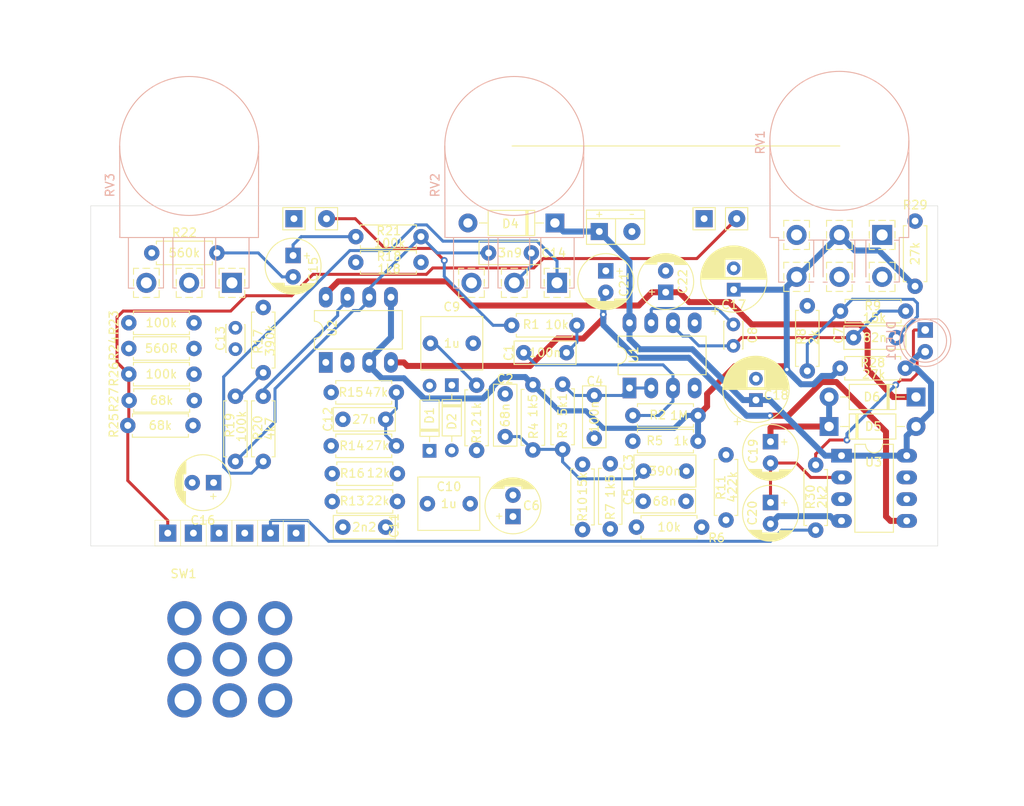
<source format=kicad_pcb>
(kicad_pcb (version 20171130) (host pcbnew "(5.1.5-0-10_14)")
  (title_block (date 2020-04-03))
  (layers (0 F.Cu signal) (31 B.Cu signal) (34 B.Paste user) (35 F.Paste user) (36 B.SilkS user) (37 F.SilkS user) (38 B.Mask user) (39 F.Mask user) (44 Edge.Cuts user))
  (net 0 "")
  (net 1 "Net-(C1-Pad2)")
  (net 2 "Net-(C1-Pad1)")
  (net 3 "Net-(C16-Pad1)")
  (net 4 "Net-(C2-Pad1)")
  (net 5 "Net-(C3-Pad1)")
  (net 6 "Net-(C4-Pad1)")
  (net 7 "Net-(C5-Pad1)")
  (net 8 GND)
  (net 9 "Net-(C6-Pad1)")
  (net 10 "Net-(C7-Pad2)")
  (net 11 "Net-(C7-Pad1)")
  (net 12 "Net-(C8-Pad1)")
  (net 13 "Net-(C9-Pad1)")
  (net 14 SW2.1)
  (net 15 "Net-(C10-Pad1)")
  (net 16 "Net-(C11-Pad2)")
  (net 17 "Net-(C12-Pad2)")
  (net 18 "Net-(C12-Pad1)")
  (net 19 "Net-(C13-Pad2)")
  (net 20 "Net-(C14-Pad2)")
  (net 21 "Net-(C14-Pad1)")
  (net 22 "Net-(C15-Pad2)")
  (net 23 "Net-(C15-Pad1)")
  (net 24 "Net-(C16-Pad2)")
  (net 25 VB)
  (net 26 9V)
  (net 27 "Net-(C19-Pad2)")
  (net 28 "Net-(C19-Pad1)")
  (net 29 "Net-(C20-Pad2)")
  (net 30 -9V)
  (net 31 /18V)
  (net 32 SW2.3)
  (net 33 /OUT)
  (net 34 SW1.3)
  (net 35 SW1.1)
  (net 36 "Net-(R8-Pad1)")
  (net 37 "Net-(R13-Pad1)")
  (net 38 "Net-(R18-Pad1)")
  (net 39 "Net-(R20-Pad2)")
  (net 40 "Net-(R22-Pad1)")
  (net 41 "Net-(SW1-Pad8)")
  (net 42 "Net-(SW1-Pad5)")
  (net 43 "Net-(SW1-Pad2)")
  (net 44 "Net-(U3-Pad7)")
  (net 45 "Net-(U3-Pad6)")
  (net 46 "Net-(DLED1-Pad1)")
  (net 47 "Net-(J1-Pad2)")
  (module PEDALES:R_0.25W_HZ (layer F.Cu) (at 208.48 112.9 90)
    (fp_text reference R30 (at 3.88 -0.62 90) (layer F.SilkS))
    (fp_text value 2k2 (at 3.88 0.77 90) (layer F.SilkS))
    (pad 2 thru_hole oval (at 7.62 0 90) (size 1.8 1.8) (drill 0.8) (layers *.Cu *.Mask) (net 46 "Net-(DLED1-Pad1)"))
    (pad 1 thru_hole circle (at 0 0 90) (size 1.8 1.8) (drill 0.8) (layers *.Cu *.Mask) (net 32 SW2.3))
  )
  (module PEDALES:R_0.25W_HZ (layer F.Cu) (at 220.1 76.78 270)
    (fp_text reference R29 (at -1.88 0) (layer F.SilkS))
    (fp_text value 27k (at 3.8 0 90) (layer F.SilkS))
    (pad 2 thru_hole oval (at 7.62 0 270) (size 1.8 1.8) (drill 0.8) (layers *.Cu *.Mask) (net 25 VB))
    (pad 1 thru_hole circle (at 0 0 270) (size 1.8 1.8) (drill 0.8) (layers *.Cu *.Mask) (net 8 GND))
  )
  (module PEDALES:R_0.25W_HZ (layer F.Cu) (at 218.96 93.98 180)
    (fp_text reference R28 (at 3.81 0.64) (layer F.SilkS))
    (fp_text value 27k (at 3.7 -0.72) (layer F.SilkS))
    (pad 2 thru_hole oval (at 7.62 0 180) (size 1.8 1.8) (drill 0.8) (layers *.Cu *.Mask) (net 25 VB))
    (pad 1 thru_hole circle (at 0 0 180) (size 1.8 1.8) (drill 0.8) (layers *.Cu *.Mask) (net 26 9V))
  )
  (module PEDALES:R_0.25W_HZ (layer F.Cu) (at 128.235 97.745)
    (fp_text reference R27 (at -1.785 -0.075 90) (layer F.SilkS))
    (fp_text value 68k (at 3.8 0) (layer F.SilkS))
    (pad 2 thru_hole oval (at 7.62 0) (size 1.8 1.8) (drill 0.8) (layers *.Cu *.Mask) (net 35 SW1.1))
    (pad 1 thru_hole circle (at 0 0) (size 1.8 1.8) (drill 0.8) (layers *.Cu *.Mask) (net 33 /OUT))
  )
  (module PEDALES:R_0.25W_HZ (layer F.Cu) (at 128.2 94.67)
    (fp_text reference R26 (at -1.75 0 90) (layer F.SilkS))
    (fp_text value 100k (at 3.8 0) (layer F.SilkS))
    (pad 2 thru_hole oval (at 7.62 0) (size 1.8 1.8) (drill 0.8) (layers *.Cu *.Mask) (net 8 GND))
    (pad 1 thru_hole circle (at 0 0) (size 1.8 1.8) (drill 0.8) (layers *.Cu *.Mask) (net 33 /OUT))
  )
  (module PEDALES:R_0.25W_HZ (layer F.Cu) (at 128.08 100.67)
    (fp_text reference R25 (at -1.63 0 90) (layer F.SilkS))
    (fp_text value 68k (at 3.8 0) (layer F.SilkS))
    (pad 2 thru_hole oval (at 7.62 0) (size 1.8 1.8) (drill 0.8) (layers *.Cu *.Mask) (net 34 SW1.3))
    (pad 1 thru_hole circle (at 0 0) (size 1.8 1.8) (drill 0.8) (layers *.Cu *.Mask) (net 33 /OUT))
  )
  (module PEDALES:R_0.25W_HZ (layer F.Cu) (at 135.82 91.67 180)
    (fp_text reference R24 (at 9.37 0 90) (layer F.SilkS))
    (fp_text value 560R (at 3.8 0) (layer F.SilkS))
    (pad 2 thru_hole oval (at 7.62 0 180) (size 1.8 1.8) (drill 0.8) (layers *.Cu *.Mask) (net 24 "Net-(C16-Pad2)"))
    (pad 1 thru_hole circle (at 0 0 180) (size 1.8 1.8) (drill 0.8) (layers *.Cu *.Mask) (net 35 SW1.1))
  )
  (module PEDALES:R_0.25W_HZ (layer F.Cu) (at 128.2 88.67)
    (fp_text reference R23 (at -1.75 0 90) (layer F.SilkS))
    (fp_text value 100k (at 3.8 0) (layer F.SilkS))
    (pad 2 thru_hole oval (at 7.62 0) (size 1.8 1.8) (drill 0.8) (layers *.Cu *.Mask) (net 8 GND))
    (pad 1 thru_hole circle (at 0 0) (size 1.8 1.8) (drill 0.8) (layers *.Cu *.Mask) (net 24 "Net-(C16-Pad2)"))
  )
  (module PEDALES:R_0.25W_HZ (layer F.Cu) (at 130.88 80.5)
    (fp_text reference R22 (at 3.81 -2.37) (layer F.SilkS))
    (fp_text value 560k (at 3.8 0) (layer F.SilkS))
    (pad 2 thru_hole oval (at 7.62 0) (size 1.8 1.8) (drill 0.8) (layers *.Cu *.Mask) (net 22 "Net-(C15-Pad2)"))
    (pad 1 thru_hole circle (at 0 0) (size 1.8 1.8) (drill 0.8) (layers *.Cu *.Mask) (net 40 "Net-(R22-Pad1)"))
  )
  (module PEDALES:R_0.25W_HZ (layer F.Cu) (at 154.73 78.6)
    (fp_text reference R21 (at 3.86 -0.68) (layer F.SilkS))
    (fp_text value 100k (at 3.96 0.75) (layer F.SilkS))
    (pad 2 thru_hole oval (at 7.62 0) (size 1.8 1.8) (drill 0.8) (layers *.Cu *.Mask) (net 20 "Net-(C14-Pad2)"))
    (pad 1 thru_hole circle (at 0 0) (size 1.8 1.8) (drill 0.8) (layers *.Cu *.Mask) (net 23 "Net-(C15-Pad1)"))
  )
  (module PEDALES:R_0.25W_HZ (layer F.Cu) (at 143.91 97.25 270)
    (fp_text reference R20 (at 3.69 0.63 90) (layer F.SilkS))
    (fp_text value 4k7 (at 3.81 -0.78 90) (layer F.SilkS))
    (pad 2 thru_hole oval (at 7.62 0 270) (size 1.8 1.8) (drill 0.8) (layers *.Cu *.Mask) (net 39 "Net-(R20-Pad2)"))
    (pad 1 thru_hole circle (at 0 0 270) (size 1.8 1.8) (drill 0.8) (layers *.Cu *.Mask) (net 23 "Net-(C15-Pad1)"))
  )
  (module PEDALES:R_0.25W_HZ (layer F.Cu) (at 140.66 104.87 90)
    (fp_text reference R19 (at 4.22 -0.65 90) (layer F.SilkS))
    (fp_text value 100k (at 4.08 0.72 90) (layer F.SilkS))
    (pad 2 thru_hole oval (at 7.62 0 90) (size 1.8 1.8) (drill 0.8) (layers *.Cu *.Mask) (net 19 "Net-(C13-Pad2)"))
    (pad 1 thru_hole circle (at 0 0 90) (size 1.8 1.8) (drill 0.8) (layers *.Cu *.Mask) (net 20 "Net-(C14-Pad2)"))
  )
  (module PEDALES:R_0.25W_HZ (layer F.Cu) (at 162.35 81.6 180)
    (fp_text reference R18 (at 3.73 0.68) (layer F.SilkS))
    (fp_text value 1k8 (at 3.73 -0.75) (layer F.SilkS))
    (pad 2 thru_hole oval (at 7.62 0 180) (size 1.8 1.8) (drill 0.8) (layers *.Cu *.Mask) (net 19 "Net-(C13-Pad2)"))
    (pad 1 thru_hole circle (at 0 0 180) (size 1.8 1.8) (drill 0.8) (layers *.Cu *.Mask) (net 38 "Net-(R18-Pad1)"))
  )
  (module PEDALES:R_0.25W_HZ (layer F.Cu) (at 143.91 94.5 90)
    (fp_text reference R17 (at 3.65 -0.6 270) (layer F.SilkS))
    (fp_text value 390k (at 3.75 0.81 90) (layer F.SilkS))
    (pad 2 thru_hole oval (at 7.62 0 90) (size 1.8 1.8) (drill 0.8) (layers *.Cu *.Mask) (net 18 "Net-(C12-Pad1)"))
    (pad 1 thru_hole circle (at 0 0 90) (size 1.8 1.8) (drill 0.8) (layers *.Cu *.Mask) (net 19 "Net-(C13-Pad2)"))
  )
  (module PEDALES:R_0.25W_HZ (layer F.Cu) (at 151.97 106.3)
    (fp_text reference R16 (at 2.35 -0.04 180) (layer F.SilkS))
    (fp_text value 12k (at 5.4 -0.07) (layer F.SilkS))
    (pad 2 thru_hole oval (at 7.62 0) (size 1.8 1.8) (drill 0.8) (layers *.Cu *.Mask) (net 17 "Net-(C12-Pad2)"))
    (pad 1 thru_hole circle (at 0 0) (size 1.8 1.8) (drill 0.8) (layers *.Cu *.Mask) (net 37 "Net-(R13-Pad1)"))
  )
  (module PEDALES:R_0.25W_HZ (layer F.Cu) (at 151.85 96.8)
    (fp_text reference R15 (at 2.32 -0.01 180) (layer F.SilkS))
    (fp_text value 47k (at 5.29 -0.01) (layer F.SilkS))
    (pad 2 thru_hole oval (at 7.62 0) (size 1.8 1.8) (drill 0.8) (layers *.Cu *.Mask) (net 18 "Net-(C12-Pad1)"))
    (pad 1 thru_hole circle (at 0 0) (size 1.8 1.8) (drill 0.8) (layers *.Cu *.Mask) (net 15 "Net-(C10-Pad1)"))
  )
  (module PEDALES:R_0.25W_HZ (layer F.Cu) (at 151.85 103.05)
    (fp_text reference R14 (at 2.41 -0.01 180) (layer F.SilkS))
    (fp_text value 27k (at 5.41 -0.03) (layer F.SilkS))
    (pad 2 thru_hole oval (at 7.62 0) (size 1.8 1.8) (drill 0.8) (layers *.Cu *.Mask) (net 18 "Net-(C12-Pad1)"))
    (pad 1 thru_hole circle (at 0 0) (size 1.8 1.8) (drill 0.8) (layers *.Cu *.Mask) (net 37 "Net-(R13-Pad1)"))
  )
  (module PEDALES:R_0.25W_HZ (layer F.Cu) (at 151.97 109.55)
    (fp_text reference R13 (at 2.34 -0.05 180) (layer F.SilkS))
    (fp_text value 22k (at 5.33 -0.09) (layer F.SilkS))
    (pad 2 thru_hole oval (at 7.62 0) (size 1.8 1.8) (drill 0.8) (layers *.Cu *.Mask) (net 16 "Net-(C11-Pad2)"))
    (pad 1 thru_hole circle (at 0 0) (size 1.8 1.8) (drill 0.8) (layers *.Cu *.Mask) (net 37 "Net-(R13-Pad1)"))
  )
  (module PEDALES:R_0.25W_HZ (layer F.Cu) (at 168.85 95.96 270)
    (fp_text reference R12 (at 5.37 0 90) (layer F.SilkS))
    (fp_text value 1k (at 2.87 0 90) (layer F.SilkS))
    (pad 2 thru_hole oval (at 7.62 0 270) (size 1.8 1.8) (drill 0.8) (layers *.Cu *.Mask) (net 14 SW2.1))
    (pad 1 thru_hole circle (at 0 0 270) (size 1.8 1.8) (drill 0.8) (layers *.Cu *.Mask) (net 13 "Net-(C9-Pad1)"))
  )
  (module PEDALES:R_0.25W_HZ (layer F.Cu) (at 198 111.72 90)
    (fp_text reference R11 (at 3.8 -0.6 90) (layer F.SilkS))
    (fp_text value 422k (at 3.86 0.76 90) (layer F.SilkS))
    (pad 2 thru_hole oval (at 7.62 0 90) (size 1.8 1.8) (drill 0.8) (layers *.Cu *.Mask) (net 12 "Net-(C8-Pad1)"))
    (pad 1 thru_hole circle (at 0 0 90) (size 1.8 1.8) (drill 0.8) (layers *.Cu *.Mask) (net 11 "Net-(C7-Pad1)"))
  )
  (module PEDALES:R_0.25W_HZ (layer F.Cu) (at 181.23 105.21 270)
    (fp_text reference R10 (at 5.25 0 90) (layer F.SilkS))
    (fp_text value 15k (at 2.25 0 90) (layer F.SilkS))
    (pad 2 thru_hole oval (at 7.62 0 270) (size 1.8 1.8) (drill 0.8) (layers *.Cu *.Mask) (net 9 "Net-(C6-Pad1)"))
    (pad 1 thru_hole circle (at 0 0 270) (size 1.8 1.8) (drill 0.8) (layers *.Cu *.Mask) (net 18 "Net-(C12-Pad1)"))
  )
  (module PEDALES:R_0.25W_HZ (layer F.Cu) (at 211.38 87.3)
    (fp_text reference R9 (at 3.77 -0.61) (layer F.SilkS))
    (fp_text value 15k (at 3.97 0.77) (layer F.SilkS))
    (pad 2 thru_hole oval (at 7.62 0) (size 1.8 1.8) (drill 0.8) (layers *.Cu *.Mask) (net 11 "Net-(C7-Pad1)"))
    (pad 1 thru_hole circle (at 0 0) (size 1.8 1.8) (drill 0.8) (layers *.Cu *.Mask) (net 10 "Net-(C7-Pad2)"))
  )
  (module PEDALES:R_0.25W_HZ (layer F.Cu) (at 207.5 86.68 270)
    (fp_text reference R8 (at 3.6 0.7 90) (layer F.SilkS))
    (fp_text value 2k (at 3.68 -0.76 90) (layer F.SilkS))
    (pad 2 thru_hole oval (at 7.62 0 270) (size 1.8 1.8) (drill 0.8) (layers *.Cu *.Mask) (net 10 "Net-(C7-Pad2)"))
    (pad 1 thru_hole circle (at 0 0 270) (size 1.8 1.8) (drill 0.8) (layers *.Cu *.Mask) (net 36 "Net-(R8-Pad1)"))
  )
  (module PEDALES:R_0.25W_HZ (layer F.Cu) (at 184.47 112.76 90)
    (fp_text reference R7 (at 2 0 90) (layer F.SilkS))
    (fp_text value 1k5 (at 5 0 90) (layer F.SilkS))
    (pad 2 thru_hole oval (at 7.62 0 90) (size 1.8 1.8) (drill 0.8) (layers *.Cu *.Mask) (net 6 "Net-(C4-Pad1)"))
    (pad 1 thru_hole circle (at 0 0 90) (size 1.8 1.8) (drill 0.8) (layers *.Cu *.Mask) (net 9 "Net-(C6-Pad1)"))
  )
  (module PEDALES:R_0.25W_HZ (layer F.Cu) (at 195.15 112.55 180)
    (fp_text reference R6 (at -1.75 -1.25) (layer F.SilkS))
    (fp_text value 10k (at 3.8 0) (layer F.SilkS))
    (pad 2 thru_hole oval (at 7.62 0 180) (size 1.8 1.8) (drill 0.8) (layers *.Cu *.Mask) (net 6 "Net-(C4-Pad1)"))
    (pad 1 thru_hole circle (at 0 0 180) (size 1.8 1.8) (drill 0.8) (layers *.Cu *.Mask) (net 7 "Net-(C5-Pad1)"))
  )
  (module PEDALES:R_0.25W_HZ (layer F.Cu) (at 194.73 102.5 180)
    (fp_text reference R5 (at 5.06 0.04) (layer F.SilkS))
    (fp_text value 1k (at 1.98 0.02) (layer F.SilkS))
    (pad 2 thru_hole oval (at 7.62 0 180) (size 1.8 1.8) (drill 0.8) (layers *.Cu *.Mask) (net 5 "Net-(C3-Pad1)"))
    (pad 1 thru_hole circle (at 0 0 180) (size 1.8 1.8) (drill 0.8) (layers *.Cu *.Mask) (net 25 VB))
  )
  (module PEDALES:R_0.25W_HZ (layer F.Cu) (at 175.43 95.91 270)
    (fp_text reference R4 (at 5.39 -0.07 270) (layer F.SilkS))
    (fp_text value 1k5 (at 2.45 0 90) (layer F.SilkS))
    (pad 2 thru_hole oval (at 7.62 0 270) (size 1.8 1.8) (drill 0.8) (layers *.Cu *.Mask) (net 4 "Net-(C2-Pad1)"))
    (pad 1 thru_hole circle (at 0 0 270) (size 1.8 1.8) (drill 0.8) (layers *.Cu *.Mask) (net 25 VB))
  )
  (module PEDALES:R_0.25W_HZ (layer F.Cu) (at 178.9 103.46 90)
    (fp_text reference R3 (at 2.23 -0.01 270) (layer F.SilkS))
    (fp_text value 5k1 (at 5.23 -0.01 90) (layer F.SilkS))
    (pad 2 thru_hole oval (at 7.62 0 90) (size 1.8 1.8) (drill 0.8) (layers *.Cu *.Mask) (net 3 "Net-(C16-Pad1)"))
    (pad 1 thru_hole circle (at 0 0 90) (size 1.8 1.8) (drill 0.8) (layers *.Cu *.Mask) (net 4 "Net-(C2-Pad1)"))
  )
  (module PEDALES:R_0.25W_HZ (layer F.Cu) (at 194.73 99.5 180)
    (fp_text reference R2 (at 4.71 0.06) (layer F.SilkS))
    (fp_text value 1M (at 2.21 -0.01) (layer F.SilkS))
    (pad 2 thru_hole oval (at 7.62 0 180) (size 1.8 1.8) (drill 0.8) (layers *.Cu *.Mask) (net 1 "Net-(C1-Pad2)"))
    (pad 1 thru_hole circle (at 0 0 180) (size 1.8 1.8) (drill 0.8) (layers *.Cu *.Mask) (net 25 VB))
  )
  (module PEDALES:R_0.25W_HZ (layer F.Cu) (at 172.95 88.96)
    (fp_text reference R1 (at 2.27 -0.1) (layer F.SilkS))
    (fp_text value 10k (at 5.3 -0.07) (layer F.SilkS))
    (pad 2 thru_hole oval (at 7.62 0) (size 1.8 1.8) (drill 0.8) (layers *.Cu *.Mask) (net 2 "Net-(C1-Pad1)"))
    (pad 1 thru_hole circle (at 0 0) (size 1.8 1.8) (drill 0.8) (layers *.Cu *.Mask) (net 47 "Net-(J1-Pad2)"))
  )
  (module PEDALES:Pot_16_Alpha (layer F.Cu) (at 178.25 84 90)
    (fp_text reference RV2 (at 11.415 -14.25 90) (layer B.SilkS))
    (fp_text value B10k)
    (pad 1 thru_hole rect (at 0 0 90) (size 2.34 2.34) (drill 1.3) (layers *.Cu *.Mask) (net 39 "Net-(R20-Pad2)"))
    (pad 2 thru_hole circle (at 0 -5 90) (size 2.34 2.34) (drill 1.3) (layers *.Cu *.Mask) (net 21 "Net-(C14-Pad1)"))
    (pad 3 thru_hole circle (at 0 -10 90) (size 2.34 2.34) (drill 1.3) (layers *.Cu *.Mask) (net 38 "Net-(R18-Pad1)"))
  )
  (module PEDALES:Pot_16_Alpha_Doble (layer F.Cu) (at 216.25 79 90)
    (fp_text reference RV1 (at 11.415 -14.25 90) (layer B.SilkS))
    (fp_text value B100k)
    (pad 3 thru_hole circle (at 0.6 -10 90) (size 2.34 2.34) (drill 1.3) (layers *.Cu *.Mask) (net 36 "Net-(R8-Pad1)"))
    (pad 2 thru_hole circle (at 0.6 -5 90) (size 2.34 2.34) (drill 1.3) (layers *.Cu *.Mask) (net 25 VB))
    (pad 1 thru_hole rect (at 0.6 0 90) (size 2.34 2.34) (drill 1.3) (layers *.Cu *.Mask) (net 7 "Net-(C5-Pad1)"))
    (pad 5 thru_hole circle (at -4.3 -5 90) (size 2.34 2.34) (drill 1.3) (layers *.Cu *.Mask) (net 37 "Net-(R13-Pad1)"))
    (pad 4 thru_hole circle (at -4.3 0 90) (size 2.34 2.34) (drill 1.3) (layers *.Cu *.Mask) (net 4 "Net-(C2-Pad1)"))
    (pad 6 thru_hole circle (at -4.3 -10 90) (size 2.34 2.34) (drill 1.3) (layers *.Cu *.Mask) (net 25 VB))
  )
  (module PEDALES:CP_Radial_D6.3mm_P2.50mm (layer F.Cu) (at 203.2 102.56 270)
    (fp_text reference C19 (at 1.12 2.03 90) (layer F.SilkS))
    (fp_text value 1u)
    (pad 2 thru_hole circle (at 2.5 0 270) (size 1.8 1.8) (drill 0.8) (layers *.Cu *.Mask) (net 27 "Net-(C19-Pad2)"))
    (pad 1 thru_hole rect (at 0 0 270) (size 1.8 1.8) (drill 0.8) (layers *.Cu *.Mask) (net 28 "Net-(C19-Pad1)"))
  )
  (module PEDALES:CP_Radial_D6.3mm_P2.50mm (layer F.Cu) (at 138.11 107.35 180)
    (fp_text reference C16 (at 1.25 -4.4) (layer F.SilkS))
    (fp_text value 4u7)
    (pad 2 thru_hole circle (at 2.5 0 180) (size 1.8 1.8) (drill 0.8) (layers *.Cu *.Mask) (net 24 "Net-(C16-Pad2)"))
    (pad 1 thru_hole rect (at 0 0 180) (size 1.8 1.8) (drill 0.8) (layers *.Cu *.Mask) (net 3 "Net-(C16-Pad1)"))
  )
  (module Capacitor_THT:CP_Radial_D7.5mm_P2.50mm (layer F.Cu) (at 198.9 84.8 90)
    (fp_text reference C17 (at -1.75 0) (layer F.SilkS))
    (fp_text value 47u)
    (pad 2 thru_hole circle (at 2.5 0 90) (size 1.6 1.6) (drill 0.8) (layers *.Cu *.Mask) (net 8 GND))
    (pad 1 thru_hole rect (at 0 0 90) (size 1.6 1.6) (drill 0.8) (layers *.Cu *.Mask) (net 25 VB))
  )
  (module Capacitor_THT:CP_Radial_D7.5mm_P2.50mm (layer F.Cu) (at 201.5 97.7 90)
    (fp_text reference C18 (at 0.58 2.37 180) (layer F.SilkS))
    (fp_text value 47u)
    (pad 2 thru_hole circle (at 2.5 0 90) (size 1.6 1.6) (drill 0.8) (layers *.Cu *.Mask) (net 8 GND))
    (pad 1 thru_hole rect (at 0 0 90) (size 1.6 1.6) (drill 0.8) (layers *.Cu *.Mask) (net 26 9V))
  )
  (module PEDALES:Audio_Jack_Mono (layer F.Cu) (at 147.5 76.5)
    (fp_text reference J1)
    (fp_text value IN)
    (pad 2 thru_hole circle (at 3.81 0) (size 1.99898 1.99898) (drill 0.8001) (layers *.Cu *.Mask) (net 47 "Net-(J1-Pad2)"))
    (pad 1 thru_hole rect (at 0 0) (size 1.99898 1.99898) (drill 0.8001) (layers *.Cu *.Mask) (net 8 GND))
  )
  (module PEDALES:Audio_Jack_Mono (layer F.Cu) (at 195.44 76.5)
    (fp_text reference J2)
    (fp_text value OUT)
    (pad 2 thru_hole circle (at 3.81 0) (size 1.99898 1.99898) (drill 0.8001) (layers *.Cu *.Mask) (net 33 /OUT))
    (pad 1 thru_hole rect (at 0 0) (size 1.99898 1.99898) (drill 0.8001) (layers *.Cu *.Mask) (net 8 GND))
  )
  (module PEDALES:CP_Radial_D6.3mm_P2.50mm (layer F.Cu) (at 173.1 111.31 90)
    (fp_text reference C6 (at 1.27 2.15 180) (layer F.SilkS))
    (fp_text value 1u)
    (pad 2 thru_hole circle (at 2.5 0 90) (size 1.8 1.8) (drill 0.8) (layers *.Cu *.Mask) (net 8 GND))
    (pad 1 thru_hole rect (at 0 0 90) (size 1.8 1.8) (drill 0.8) (layers *.Cu *.Mask) (net 9 "Net-(C6-Pad1)"))
  )
  (module PEDALES:SolderWirePad_1x01_Drill0.8mm (layer F.Cu) (at 147.75 113.25)
    (fp_text reference H5 hide)
    (fp_text value GND)
    (pad 1 thru_hole rect (at 0 0) (size 1.99898 1.99898) (drill 0.8001) (layers *.Cu *.Mask) (net 8 GND))
  )
  (module PEDALES:SolderWirePad_1x01_Drill0.8mm (layer F.Cu) (at 138.75 113.25)
    (fp_text reference H9 hide)
    (fp_text value SW1.3)
    (pad 1 thru_hole rect (at 0 0) (size 1.99898 1.99898) (drill 0.8001) (layers *.Cu *.Mask) (net 34 SW1.3))
  )
  (module PEDALES:SolderWirePad_1x01_Drill0.8mm (layer F.Cu) (at 132.75 113.25)
    (fp_text reference H4 hide)
    (fp_text value OUT)
    (pad 1 thru_hole rect (at 0 0) (size 1.99898 1.99898) (drill 0.8001) (layers *.Cu *.Mask) (net 33 /OUT))
  )
  (module Package_DIP:DIP-8_W7.62mm_LongPads (layer F.Cu) (at 211.5 104.2)
    (fp_text reference U3 (at 3.75 0.75) (layer F.SilkS))
    (fp_text value LTC1044)
    (pad 8 thru_hole oval (at 7.62 0) (size 2.4 1.6) (drill 0.8) (layers *.Cu *.Mask) (net 26 9V))
    (pad 4 thru_hole oval (at 0 7.62) (size 2.4 1.6) (drill 0.8) (layers *.Cu *.Mask) (net 29 "Net-(C20-Pad2)"))
    (pad 7 thru_hole oval (at 7.62 2.54) (size 2.4 1.6) (drill 0.8) (layers *.Cu *.Mask) (net 44 "Net-(U3-Pad7)"))
    (pad 3 thru_hole oval (at 0 5.08) (size 2.4 1.6) (drill 0.8) (layers *.Cu *.Mask) (net 8 GND))
    (pad 6 thru_hole oval (at 7.62 5.08) (size 2.4 1.6) (drill 0.8) (layers *.Cu *.Mask) (net 45 "Net-(U3-Pad6)"))
    (pad 2 thru_hole oval (at 0 2.54) (size 2.4 1.6) (drill 0.8) (layers *.Cu *.Mask) (net 27 "Net-(C19-Pad2)"))
    (pad 5 thru_hole oval (at 7.62 7.62) (size 2.4 1.6) (drill 0.8) (layers *.Cu *.Mask) (net 30 -9V))
    (pad 1 thru_hole rect (at 0 0) (size 2.4 1.6) (drill 0.8) (layers *.Cu *.Mask) (net 26 9V))
  )
  (module Package_DIP:DIP-8_W7.62mm_LongPads (layer F.Cu) (at 151.22 93.3 90)
    (fp_text reference U2 (at 4 0.75 90) (layer F.SilkS))
    (fp_text value TL072)
    (pad 8 thru_hole oval (at 7.62 0 90) (size 2.4 1.6) (drill 0.8) (layers *.Cu *.Mask) (net 31 /18V))
    (pad 4 thru_hole oval (at 0 7.62 90) (size 2.4 1.6) (drill 0.8) (layers *.Cu *.Mask) (net 30 -9V))
    (pad 7 thru_hole oval (at 7.62 2.54 90) (size 2.4 1.6) (drill 0.8) (layers *.Cu *.Mask) (net 23 "Net-(C15-Pad1)"))
    (pad 3 thru_hole oval (at 0 5.08 90) (size 2.4 1.6) (drill 0.8) (layers *.Cu *.Mask) (net 25 VB))
    (pad 6 thru_hole oval (at 7.62 5.08 90) (size 2.4 1.6) (drill 0.8) (layers *.Cu *.Mask) (net 20 "Net-(C14-Pad2)"))
    (pad 2 thru_hole oval (at 0 2.54 90) (size 2.4 1.6) (drill 0.8) (layers *.Cu *.Mask) (net 18 "Net-(C12-Pad1)"))
    (pad 5 thru_hole oval (at 7.62 7.62 90) (size 2.4 1.6) (drill 0.8) (layers *.Cu *.Mask) (net 25 VB))
    (pad 1 thru_hole rect (at 0 0 90) (size 2.4 1.6) (drill 0.8) (layers *.Cu *.Mask) (net 19 "Net-(C13-Pad2)"))
  )
  (module Package_DIP:DIP-8_W7.62mm_LongPads (layer F.Cu) (at 186.72 96.29 90)
    (fp_text reference U1 (at 3.87 0.5 90) (layer F.SilkS))
    (fp_text value TL072)
    (pad 8 thru_hole oval (at 7.62 0 90) (size 2.4 1.6) (drill 0.8) (layers *.Cu *.Mask) (net 26 9V))
    (pad 4 thru_hole oval (at 0 7.62 90) (size 2.4 1.6) (drill 0.8) (layers *.Cu *.Mask) (net 8 GND))
    (pad 7 thru_hole oval (at 7.62 2.54 90) (size 2.4 1.6) (drill 0.8) (layers *.Cu *.Mask) (net 12 "Net-(C8-Pad1)"))
    (pad 3 thru_hole oval (at 0 5.08 90) (size 2.4 1.6) (drill 0.8) (layers *.Cu *.Mask) (net 1 "Net-(C1-Pad2)"))
    (pad 6 thru_hole oval (at 7.62 5.08 90) (size 2.4 1.6) (drill 0.8) (layers *.Cu *.Mask) (net 11 "Net-(C7-Pad1)"))
    (pad 2 thru_hole oval (at 0 2.54 90) (size 2.4 1.6) (drill 0.8) (layers *.Cu *.Mask) (net 3 "Net-(C16-Pad1)"))
    (pad 5 thru_hole oval (at 7.62 7.62 90) (size 2.4 1.6) (drill 0.8) (layers *.Cu *.Mask) (net 7 "Net-(C5-Pad1)"))
    (pad 1 thru_hole rect (at 0 0 90) (size 2.4 1.6) (drill 0.8) (layers *.Cu *.Mask) (net 3 "Net-(C16-Pad1)"))
  )
  (module PEDALES:Pot_16_Alpha (layer F.Cu) (at 140.25 84 90)
    (fp_text reference RV3 (at 11.415 -14.25 90) (layer B.SilkS))
    (fp_text value A10k)
    (pad 1 thru_hole rect (at 0 0 90) (size 2.34 2.34) (drill 1.3) (layers *.Cu *.Mask) (net 8 GND))
    (pad 2 thru_hole circle (at 0 -5 90) (size 2.34 2.34) (drill 1.3) (layers *.Cu *.Mask) (net 34 SW1.3))
    (pad 3 thru_hole circle (at 0 -10 90) (size 2.34 2.34) (drill 1.3) (layers *.Cu *.Mask) (net 40 "Net-(R22-Pad1)"))
  )
  (module PEDALES:SolderWirePad_1x01_Drill0.8mm (layer F.Cu) (at 135.75 113.25)
    (fp_text reference H14 hide)
    (fp_text value SW1.1)
    (pad 1 thru_hole rect (at 0 0) (size 1.99898 1.99898) (drill 0.8001) (layers *.Cu *.Mask) (net 35 SW1.1))
  )
  (module PEDALES:SolderWirePad_1x01_Drill0.8mm (layer F.Cu) (at 141.75 113.25)
    (fp_text reference H12 hide)
    (fp_text value SW2.1)
    (pad 1 thru_hole rect (at 0 0) (size 1.99898 1.99898) (drill 0.8001) (layers *.Cu *.Mask) (net 14 SW2.1))
  )
  (module PEDALES:SolderWirePad_1x01_Drill0.8mm (layer F.Cu) (at 144.75 113.25)
    (fp_text reference H11 hide)
    (fp_text value SW2.3)
    (pad 1 thru_hole rect (at 0 0) (size 1.99898 1.99898) (drill 0.8001) (layers *.Cu *.Mask) (net 32 SW2.3))
  )
  (module LED_THT:LED_D5.0mm (layer B.Cu) (at 221.28 89.51 270)
    (fp_text reference DLED1 (at 1.27 3.96 270) (layer B.SilkS) (effects (justify mirror)))
    (fp_text value LED)
    (pad 2 thru_hole circle (at 2.54 0 270) (size 1.8 1.8) (drill 0.9) (layers *.Cu *.Mask) (net 26 9V))
    (pad 1 thru_hole rect (at 0 0 270) (size 1.8 1.8) (drill 0.9) (layers *.Cu *.Mask) (net 46 "Net-(DLED1-Pad1)"))
  )
  (module PEDALES:D_DO-41_SOD81_P10.16mm_Horizontal (layer F.Cu) (at 220.21 97.34 180)
    (fp_text reference D6 (at 5.16 0) (layer F.SilkS))
    (fp_text value 1N4007)
    (pad 2 thru_hole oval (at 10.16 0 180) (size 2.2 2.2) (drill 1.1) (layers *.Cu *.Mask) (net 28 "Net-(C19-Pad1)"))
    (pad 1 thru_hole rect (at 0 0 180) (size 2.2 2.2) (drill 1.1) (layers *.Cu *.Mask) (net 31 /18V))
  )
  (module PEDALES:D_DO-41_SOD81_P10.16mm_Horizontal (layer F.Cu) (at 210.05 100.79)
    (fp_text reference D5 (at 5.16 0) (layer F.SilkS))
    (fp_text value 1N4007)
    (pad 2 thru_hole oval (at 10.16 0) (size 2.2 2.2) (drill 1.1) (layers *.Cu *.Mask) (net 26 9V))
    (pad 1 thru_hole rect (at 0 0) (size 2.2 2.2) (drill 1.1) (layers *.Cu *.Mask) (net 28 "Net-(C19-Pad1)"))
  )
  (module PEDALES:D_DO-41_SOD81_P10.16mm_Horizontal (layer F.Cu) (at 178 77 180)
    (fp_text reference D4 (at 5.2 -0.09) (layer F.SilkS))
    (fp_text value 1N4001)
    (pad 2 thru_hole oval (at 10.16 0 180) (size 2.2 2.2) (drill 1.1) (layers *.Cu *.Mask) (net 8 GND))
    (pad 1 thru_hole rect (at 0 0 180) (size 2.2 2.2) (drill 1.1) (layers *.Cu *.Mask) (net 26 9V))
  )
  (module PEDALES:D_DO-35_SOD27_P7.62mm_Horizontal (layer F.Cu) (at 165.95 95.96 270)
    (fp_text reference D2 (at 4.25 0 90) (layer F.SilkS))
    (fp_text value D)
    (pad 2 thru_hole oval (at 7.62 0 270) (size 1.6 1.6) (drill 0.8) (layers *.Cu *.Mask) (net 14 SW2.1))
    (pad 1 thru_hole rect (at 0 0 270) (size 1.6 1.6) (drill 0.8) (layers *.Cu *.Mask) (net 8 GND))
  )
  (module PEDALES:CP_Radial_D6.3mm_P2.50mm (layer F.Cu) (at 183.95 82.6 270)
    (fp_text reference C21 (at 1.6 -2.13 90) (layer F.SilkS))
    (fp_text value 1u)
    (pad 2 thru_hole circle (at 2.5 0 270) (size 1.8 1.8) (drill 0.8) (layers *.Cu *.Mask) (net 30 -9V))
    (pad 1 thru_hole rect (at 0 0 270) (size 1.8 1.8) (drill 0.8) (layers *.Cu *.Mask) (net 8 GND))
  )
  (module PEDALES:D_DO-35_SOD27_P7.62mm_Horizontal (layer F.Cu) (at 163.35 103.63 90)
    (fp_text reference D1 (at 4.12 0 90) (layer F.SilkS))
    (fp_text value 1N34A)
    (pad 2 thru_hole oval (at 7.62 0 90) (size 1.6 1.6) (drill 0.8) (layers *.Cu *.Mask) (net 8 GND))
    (pad 1 thru_hole rect (at 0 0 90) (size 1.6 1.6) (drill 0.8) (layers *.Cu *.Mask) (net 14 SW2.1))
  )
  (module PEDALES:CP_Radial_D6.3mm_P2.50mm (layer F.Cu) (at 190.95 85.1 90)
    (fp_text reference C22 (at 1.25 2 90) (layer F.SilkS))
    (fp_text value 1u)
    (pad 2 thru_hole circle (at 2.5 0 90) (size 1.8 1.8) (drill 0.8) (layers *.Cu *.Mask) (net 8 GND))
    (pad 1 thru_hole rect (at 0 0 90) (size 1.8 1.8) (drill 0.8) (layers *.Cu *.Mask) (net 31 /18V))
  )
  (module PEDALES:CP_Radial_D6.3mm_P2.50mm (layer F.Cu) (at 203.2 109.67 270)
    (fp_text reference C20 (at 1.23 2.11 90) (layer F.SilkS))
    (fp_text value 1u)
    (pad 2 thru_hole circle (at 2.5 0 270) (size 1.8 1.8) (drill 0.8) (layers *.Cu *.Mask) (net 29 "Net-(C20-Pad2)"))
    (pad 1 thru_hole rect (at 0 0 270) (size 1.8 1.8) (drill 0.8) (layers *.Cu *.Mask) (net 27 "Net-(C19-Pad2)"))
  )
  (module PEDALES:CP_Radial_D6.3mm_P2.50mm (layer F.Cu) (at 147.4 80.8 270)
    (fp_text reference C15 (at 1.62 -2.36 90) (layer F.SilkS))
    (fp_text value 4u7)
    (pad 2 thru_hole circle (at 2.5 0 270) (size 1.8 1.8) (drill 0.8) (layers *.Cu *.Mask) (net 22 "Net-(C15-Pad2)"))
    (pad 1 thru_hole rect (at 0 0 270) (size 1.8 1.8) (drill 0.8) (layers *.Cu *.Mask) (net 23 "Net-(C15-Pad1)"))
  )
  (module PEDALES:Cap_poly_little (layer F.Cu) (at 175.25 80.5 180)
    (fp_text reference C14 (at -2.6 -0.01) (layer F.SilkS))
    (fp_text value 3n9 (at 2.5 0) (layer F.SilkS))
    (pad 2 thru_hole circle (at 5 0 180) (size 1.8 1.8) (drill 0.8) (layers *.Cu *.Mask) (net 20 "Net-(C14-Pad2)"))
    (pad 1 thru_hole circle (at 0 0 180) (size 1.8 1.8) (drill 0.8) (layers *.Cu *.Mask) (net 21 "Net-(C14-Pad1)"))
  )
  (module Capacitor_THT:C_Disc_D3.0mm_W2.0mm_P2.50mm (layer F.Cu) (at 140.66 89.25 270)
    (fp_text reference C13 (at 1.25 1.75 90) (layer F.SilkS))
    (fp_text value 820p)
    (pad 2 thru_hole circle (at 2.5 0 270) (size 1.6 1.6) (drill 0.8) (layers *.Cu *.Mask) (net 19 "Net-(C13-Pad2)"))
    (pad 1 thru_hole circle (at 0 0 270) (size 1.6 1.6) (drill 0.8) (layers *.Cu *.Mask) (net 18 "Net-(C12-Pad1)"))
  )
  (module PEDALES:Cap_poly_little (layer F.Cu) (at 158.22 99.95 180)
    (fp_text reference C12 (at 6.75 0 90) (layer F.SilkS))
    (fp_text value 27n (at 2.5 0) (layer F.SilkS))
    (pad 2 thru_hole circle (at 5 0 180) (size 1.8 1.8) (drill 0.8) (layers *.Cu *.Mask) (net 17 "Net-(C12-Pad2)"))
    (pad 1 thru_hole circle (at 0 0 180) (size 1.8 1.8) (drill 0.8) (layers *.Cu *.Mask) (net 18 "Net-(C12-Pad1)"))
  )
  (module PEDALES:Cap_poly_little (layer F.Cu) (at 158.22 112.55 180)
    (fp_text reference C11 (at -0.99 0.17 90) (layer F.SilkS))
    (fp_text value 2n2 (at 2.5 0) (layer F.SilkS))
    (pad 2 thru_hole circle (at 5 0 180) (size 1.8 1.8) (drill 0.8) (layers *.Cu *.Mask) (net 16 "Net-(C11-Pad2)"))
    (pad 1 thru_hole circle (at 0 0 180) (size 1.8 1.8) (drill 0.8) (layers *.Cu *.Mask) (net 15 "Net-(C10-Pad1)"))
  )
  (module PEDALES:Cap_poly_big (layer F.Cu) (at 163.1 109.81)
    (fp_text reference C10 (at 2.51 -1.99) (layer F.SilkS))
    (fp_text value 1u (at 2.5 0) (layer F.SilkS))
    (pad 2 thru_hole circle (at 5 0) (size 1.8 1.8) (drill 0.8) (layers *.Cu *.Mask) (net 14 SW2.1))
    (pad 1 thru_hole circle (at 0 0) (size 1.8 1.8) (drill 0.8) (layers *.Cu *.Mask) (net 15 "Net-(C10-Pad1)"))
  )
  (module PEDALES:Cap_poly_big (layer F.Cu) (at 163.45 91.06)
    (fp_text reference C9 (at 2.5 -4.25) (layer F.SilkS))
    (fp_text value 1u (at 2.5 0) (layer F.SilkS))
    (pad 2 thru_hole circle (at 5 0) (size 1.8 1.8) (drill 0.8) (layers *.Cu *.Mask) (net 12 "Net-(C8-Pad1)"))
    (pad 1 thru_hole circle (at 0 0) (size 1.8 1.8) (drill 0.8) (layers *.Cu *.Mask) (net 13 "Net-(C9-Pad1)"))
  )
  (module Capacitor_THT:C_Disc_D3.0mm_W2.0mm_P2.50mm (layer F.Cu) (at 198.86 88.86 270)
    (fp_text reference C8 (at 1.25 -2.25 90) (layer F.SilkS))
    (fp_text value 390p)
    (pad 2 thru_hole circle (at 2.5 0 270) (size 1.6 1.6) (drill 0.8) (layers *.Cu *.Mask) (net 11 "Net-(C7-Pad1)"))
    (pad 1 thru_hole circle (at 0 0 270) (size 1.6 1.6) (drill 0.8) (layers *.Cu *.Mask) (net 12 "Net-(C8-Pad1)"))
  )
  (module PEDALES:Cap_poly_little (layer F.Cu) (at 212.9 90.4)
    (fp_text reference C7 (at -1.75 -0.25 90) (layer F.SilkS))
    (fp_text value 82n (at 2.5 0) (layer F.SilkS))
    (pad 2 thru_hole circle (at 5 0) (size 1.8 1.8) (drill 0.8) (layers *.Cu *.Mask) (net 10 "Net-(C7-Pad2)"))
    (pad 1 thru_hole circle (at 0 0) (size 1.8 1.8) (drill 0.8) (layers *.Cu *.Mask) (net 11 "Net-(C7-Pad1)"))
  )
  (module PEDALES:Cap_poly_little (layer F.Cu) (at 193.32 109.52 180)
    (fp_text reference C5 (at 6.75 0.5 90) (layer F.SilkS))
    (fp_text value 68n (at 2.5 0) (layer F.SilkS))
    (pad 2 thru_hole circle (at 5 0 180) (size 1.8 1.8) (drill 0.8) (layers *.Cu *.Mask) (net 6 "Net-(C4-Pad1)"))
    (pad 1 thru_hole circle (at 0 0 180) (size 1.8 1.8) (drill 0.8) (layers *.Cu *.Mask) (net 7 "Net-(C5-Pad1)"))
  )
  (module PEDALES:Cap_poly_little (layer F.Cu) (at 182.6 102.16 90)
    (fp_text reference C4 (at 6.67 0.07 180) (layer F.SilkS))
    (fp_text value 100n (at 2.5 0 90) (layer F.SilkS))
    (pad 2 thru_hole circle (at 5 0 90) (size 1.8 1.8) (drill 0.8) (layers *.Cu *.Mask) (net 3 "Net-(C16-Pad1)"))
    (pad 1 thru_hole circle (at 0 0 90) (size 1.8 1.8) (drill 0.8) (layers *.Cu *.Mask) (net 6 "Net-(C4-Pad1)"))
  )
  (module PEDALES:Cap_poly_mid (layer F.Cu) (at 193.36 106 180)
    (fp_text reference C3 (at 6.75 1 90) (layer F.SilkS))
    (fp_text value 390n (at 2.5 0) (layer F.SilkS))
    (pad 2 thru_hole circle (at 5 0 180) (size 1.8 1.8) (drill 0.8) (layers *.Cu *.Mask) (net 4 "Net-(C2-Pad1)"))
    (pad 1 thru_hole circle (at 0 0 180) (size 1.8 1.8) (drill 0.8) (layers *.Cu *.Mask) (net 5 "Net-(C3-Pad1)"))
  )
  (module PEDALES:Cap_poly_little (layer F.Cu) (at 172.19 101.97 90)
    (fp_text reference C2 (at 6.75 0 180) (layer F.SilkS))
    (fp_text value 68n (at 2.5 0 90) (layer F.SilkS))
    (pad 2 thru_hole circle (at 5 0 90) (size 1.8 1.8) (drill 0.8) (layers *.Cu *.Mask) (net 3 "Net-(C16-Pad1)"))
    (pad 1 thru_hole circle (at 0 0 90) (size 1.8 1.8) (drill 0.8) (layers *.Cu *.Mask) (net 4 "Net-(C2-Pad1)"))
  )
  (module PEDALES:Cap_poly_little (layer F.Cu) (at 179.35 92.16 180)
    (fp_text reference C1 (at 6.75 0 90) (layer F.SilkS))
    (fp_text value 100n (at 2.5 0) (layer F.SilkS))
    (pad 2 thru_hole circle (at 5 0 180) (size 1.8 1.8) (drill 0.8) (layers *.Cu *.Mask) (net 1 "Net-(C1-Pad2)"))
    (pad 1 thru_hole circle (at 0 0 180) (size 1.8 1.8) (drill 0.8) (layers *.Cu *.Mask) (net 2 "Net-(C1-Pad1)"))
  )
  (module PEDALES:PWR_CON (layer F.Cu) (at 183.19 78)
    (fp_text reference BT1 hide)
    (fp_text value Battery_Cell)
    (pad 2 thru_hole circle (at 3.81 0) (size 1.99898 1.99898) (drill 0.8001) (layers *.Cu *.Mask) (net 8 GND))
    (pad 1 thru_hole rect (at 0 0) (size 1.99898 1.99898) (drill 0.8001) (layers *.Cu *.Mask) (net 26 9V))
  )
  (module PEDALES:3PDT (layer F.Cu) (at 134.7 132.8)
    (fp_text reference SW1 (at -0.1 -14.8) (layer F.SilkS))
    (fp_text value 3pdt)
    (pad 8 thru_hole circle (at 5.3 -9.6) (size 4 4) (drill 2.3) (layers *.Cu *.Mask) (net 41 "Net-(SW1-Pad8)"))
    (pad 9 thru_hole circle (at 10.6 -9.6) (size 4 4) (drill 2.3) (layers *.Cu *.Mask) (net 14 SW2.1))
    (pad 7 thru_hole circle (at 0 -9.6) (size 4 4) (drill 2.3) (layers *.Cu *.Mask) (net 35 SW1.1))
    (pad 4 thru_hole circle (at 0 -4.8) (size 4 4) (drill 2.3) (layers *.Cu *.Mask) (net 33 /OUT))
    (pad 6 thru_hole circle (at 10.6 -4.8) (size 4 4) (drill 2.3) (layers *.Cu *.Mask) (net 8 GND))
    (pad 5 thru_hole circle (at 5.3 -4.8) (size 4 4) (drill 2.3) (layers *.Cu *.Mask) (net 42 "Net-(SW1-Pad5)"))
    (pad 3 thru_hole circle (at 10.6 0) (size 4 4) (drill 2.3) (layers *.Cu *.Mask) (net 32 SW2.3))
    (pad 2 thru_hole circle (at 5.3 0) (size 4 4) (drill 2.3) (layers *.Cu *.Mask) (net 43 "Net-(SW1-Pad2)"))
    (pad 1 thru_hole circle (at 0 0) (size 4 4) (drill 2.3) (layers *.Cu *.Mask) (net 34 SW1.3))
  )
  (module PEDALES:1590BB (layer F.Cu) (at 173 98)
    (fp_text reference 1590B)
    (fp_text value 1590BB)
  )
  (gr_line (start 222.75 75) (end 222.75 114.75) (layer Edge.Cuts) (width 0.05))
  (gr_line (start 173 68) (end 211.3 68) (layer F.SilkS) (width 0.12))
  (gr_line (start 123.75 114.75) (end 123.75 75) (layer Edge.Cuts) (width 0.05))
  (gr_line (start 222.75 114.75) (end 123.75 114.75) (layer Edge.Cuts) (width 0.05))
  (gr_line (start 123.75 75) (end 222.75 75) (layer Edge.Cuts) (width 0.05))
  (segment (start 190.14 99.5) (end 188.382792 99.5) (width 0.35) (layer B.Cu) (net 1))
  (segment (start 191.8 97.84) (end 190.14 99.5) (width 0.35) (layer B.Cu) (net 1))
  (segment (start 188.382792 99.5) (end 187.11 99.5) (width 0.35) (layer B.Cu) (net 1))
  (segment (start 191.8 96.29) (end 191.8 97.84) (width 0.35) (layer B.Cu) (net 1))
  (segment (start 175.77502 93.58502) (end 175.249999 93.059999) (width 0.35) (layer B.Cu) (net 1))
  (segment (start 190.64502 93.58502) (end 175.77502 93.58502) (width 0.35) (layer B.Cu) (net 1))
  (segment (start 175.249999 93.059999) (end 174.35 92.16) (width 0.35) (layer B.Cu) (net 1))
  (segment (start 191.8 94.74) (end 190.64502 93.58502) (width 0.35) (layer B.Cu) (net 1))
  (segment (start 191.8 96.29) (end 191.8 94.74) (width 0.35) (layer B.Cu) (net 1))
  (segment (start 180.57 90.94) (end 180.57 88.96) (width 0.35) (layer B.Cu) (net 2))
  (segment (start 179.35 92.16) (end 180.57 90.94) (width 0.35) (layer B.Cu) (net 2))
  (segment (start 180.22 97.16) (end 178.71 95.65) (width 0.35) (layer B.Cu) (net 3))
  (segment (start 182.6 97.16) (end 180.22 97.16) (width 0.35) (layer B.Cu) (net 3))
  (segment (start 185.85 97.16) (end 186.72 96.29) (width 0.35) (layer B.Cu) (net 3))
  (segment (start 182.6 97.16) (end 185.85 97.16) (width 0.35) (layer B.Cu) (net 3))
  (segment (start 186.72 96.29) (end 189.26 96.29) (width 0.35) (layer B.Cu) (net 3))
  (segment (start 178.9 104.915002) (end 178.9 104.732792) (width 0.35) (layer B.Cu) (net 4))
  (segment (start 180.884997 106.899999) (end 178.9 104.915002) (width 0.35) (layer B.Cu) (net 4))
  (segment (start 187.460001 106.899999) (end 180.884997 106.899999) (width 0.35) (layer B.Cu) (net 4))
  (segment (start 178.9 104.732792) (end 178.9 103.46) (width 0.35) (layer B.Cu) (net 4))
  (segment (start 188.36 106) (end 187.460001 106.899999) (width 0.35) (layer B.Cu) (net 4))
  (segment (start 175.5 103.46) (end 175.43 103.53) (width 0.35) (layer B.Cu) (net 4))
  (segment (start 178.9 103.46) (end 175.5 103.46) (width 0.35) (layer B.Cu) (net 4))
  (segment (start 173.87 101.97) (end 175.43 103.53) (width 0.35) (layer B.Cu) (net 4))
  (segment (start 172.19 101.97) (end 173.87 101.97) (width 0.35) (layer B.Cu) (net 4))
  (segment (start 217.9 90.4) (end 220.375001 87.924999) (width 0.35) (layer B.Cu) (net 10))
  (segment (start 212.279999 86.400001) (end 211.38 87.3) (width 0.35) (layer B.Cu) (net 10))
  (segment (start 219.914999 85.924999) (end 212.755001 85.924999) (width 0.35) (layer B.Cu) (net 10))
  (segment (start 220.375001 86.385001) (end 219.914999 85.924999) (width 0.35) (layer B.Cu) (net 10))
  (segment (start 212.755001 85.924999) (end 212.279999 86.400001) (width 0.35) (layer B.Cu) (net 10))
  (segment (start 220.375001 87.924999) (end 220.375001 86.385001) (width 0.35) (layer B.Cu) (net 10))
  (segment (start 207.5 91.18) (end 211.38 87.3) (width 0.35) (layer B.Cu) (net 10))
  (segment (start 207.5 94.3) (end 207.5 91.18) (width 0.35) (layer B.Cu) (net 10))
  (segment (start 216 87.3) (end 212.9 90.4) (width 0.35) (layer B.Cu) (net 11))
  (segment (start 219 87.3) (end 216 87.3) (width 0.35) (layer B.Cu) (net 11))
  (segment (start 192.95 90.22) (end 191.8 89.07) (width 0.35) (layer B.Cu) (net 11))
  (segment (start 193.686864 90.22) (end 192.95 90.22) (width 0.35) (layer B.Cu) (net 11))
  (segment (start 191.8 89.07) (end 191.8 88.67) (width 0.35) (layer B.Cu) (net 11))
  (segment (start 194.826864 91.36) (end 193.686864 90.22) (width 0.35) (layer B.Cu) (net 11))
  (segment (start 198.86 91.36) (end 194.826864 91.36) (width 0.35) (layer B.Cu) (net 11))
  (segment (start 199.82 90.4) (end 198.86 91.36) (width 0.35) (layer F.Cu) (net 11))
  (segment (start 212.9 90.4) (end 199.82 90.4) (width 0.35) (layer F.Cu) (net 11))
  (segment (start 189.26 87.12) (end 189.26 88.67) (width 0.35) (layer B.Cu) (net 12))
  (segment (start 189.38501 86.99499) (end 189.26 87.12) (width 0.35) (layer B.Cu) (net 12))
  (segment (start 196.99499 86.99499) (end 189.38501 86.99499) (width 0.35) (layer B.Cu) (net 12))
  (segment (start 198.86 88.86) (end 196.99499 86.99499) (width 0.35) (layer B.Cu) (net 12))
  (segment (start 163.95 91.06) (end 163.45 91.06) (width 0.35) (layer B.Cu) (net 13))
  (segment (start 168.85 95.96) (end 163.95 91.06) (width 0.35) (layer B.Cu) (net 13))
  (segment (start 159.47 98.7) (end 158.22 99.95) (width 0.35) (layer B.Cu) (net 18))
  (segment (start 159.47 96.8) (end 159.47 98.7) (width 0.35) (layer B.Cu) (net 18))
  (segment (start 158.22 101.8) (end 159.47 103.05) (width 0.35) (layer B.Cu) (net 18))
  (segment (start 158.22 99.95) (end 158.22 101.8) (width 0.35) (layer B.Cu) (net 18))
  (segment (start 141.16 97.25) (end 140.66 97.25) (width 0.35) (layer B.Cu) (net 19))
  (segment (start 143.91 94.5) (end 141.16 97.25) (width 0.35) (layer B.Cu) (net 19))
  (segment (start 164.25 80.5) (end 162.35 78.6) (width 0.35) (layer B.Cu) (net 20))
  (segment (start 170.25 80.5) (end 164.25 80.5) (width 0.35) (layer B.Cu) (net 20))
  (segment (start 156.3 84.65) (end 156.3 85.68) (width 0.35) (layer B.Cu) (net 20))
  (segment (start 162.35 78.6) (end 156.3 84.65) (width 0.35) (layer B.Cu) (net 20))
  (segment (start 141.559999 103.970001) (end 140.66 104.87) (width 0.35) (layer B.Cu) (net 20))
  (segment (start 145.285001 100.244999) (end 141.559999 103.970001) (width 0.35) (layer B.Cu) (net 20))
  (segment (start 145.285001 96.379997) (end 145.285001 100.244999) (width 0.35) (layer B.Cu) (net 20))
  (segment (start 154.434998 87.23) (end 145.285001 96.379997) (width 0.35) (layer B.Cu) (net 20))
  (segment (start 155.15 87.23) (end 154.434998 87.23) (width 0.35) (layer B.Cu) (net 20))
  (segment (start 156.3 86.08) (end 155.15 87.23) (width 0.35) (layer B.Cu) (net 20))
  (segment (start 156.3 85.68) (end 156.3 86.08) (width 0.35) (layer B.Cu) (net 20))
  (segment (start 175.25 82) (end 173.25 84) (width 0.35) (layer B.Cu) (net 21))
  (segment (start 175.25 80.5) (end 175.25 82) (width 0.35) (layer B.Cu) (net 21))
  (segment (start 139.772792 80.5) (end 138.5 80.5) (width 0.35) (layer B.Cu) (net 22))
  (segment (start 143.327208 80.5) (end 139.772792 80.5) (width 0.35) (layer B.Cu) (net 22))
  (segment (start 146.127208 83.3) (end 143.327208 80.5) (width 0.35) (layer B.Cu) (net 22))
  (segment (start 147.4 83.3) (end 146.127208 83.3) (width 0.35) (layer B.Cu) (net 22))
  (segment (start 152.61 87.835002) (end 152.61 87.23) (width 0.35) (layer B.Cu) (net 23))
  (segment (start 143.91 96.535002) (end 152.61 87.835002) (width 0.35) (layer B.Cu) (net 23))
  (segment (start 153.76 86.08) (end 153.76 85.68) (width 0.35) (layer B.Cu) (net 23))
  (segment (start 152.61 87.23) (end 153.76 86.08) (width 0.35) (layer B.Cu) (net 23))
  (segment (start 143.91 97.25) (end 143.91 96.535002) (width 0.35) (layer B.Cu) (net 23))
  (segment (start 147.4 79.55) (end 147.4 80.8) (width 0.35) (layer B.Cu) (net 23))
  (segment (start 148.35 78.6) (end 147.4 79.55) (width 0.35) (layer B.Cu) (net 23))
  (segment (start 154.73 78.6) (end 148.35 78.6) (width 0.35) (layer B.Cu) (net 23))
  (segment (start 194.73 102.5) (end 194.73 99.5) (width 0.7) (layer B.Cu) (net 25))
  (segment (start 204.75 84.8) (end 206.25 83.3) (width 0.7) (layer B.Cu) (net 25))
  (segment (start 198.9 84.8) (end 204.75 84.8) (width 0.7) (layer B.Cu) (net 25))
  (segment (start 206.35 83.3) (end 206.25 83.3) (width 0.7) (layer B.Cu) (net 25))
  (segment (start 211.25 78.4) (end 206.35 83.3) (width 0.7) (layer B.Cu) (net 25))
  (segment (start 212.419999 79.569999) (end 211.25 78.4) (width 0.7) (layer B.Cu) (net 25))
  (segment (start 215.863603 80.220001) (end 213.070001 80.220001) (width 0.7) (layer B.Cu) (net 25))
  (segment (start 213.070001 80.220001) (end 212.419999 79.569999) (width 0.7) (layer B.Cu) (net 25))
  (segment (start 220.043602 84.4) (end 215.863603 80.220001) (width 0.7) (layer B.Cu) (net 25))
  (segment (start 220.1 84.4) (end 220.043602 84.4) (width 0.7) (layer B.Cu) (net 25))
  (segment (start 205.080001 84.469999) (end 206.25 83.3) (width 0.7) (layer B.Cu) (net 25))
  (segment (start 206.755999 95.850001) (end 205.080001 94.174003) (width 0.7) (layer B.Cu) (net 25))
  (segment (start 208.244001 95.850001) (end 206.755999 95.850001) (width 0.7) (layer B.Cu) (net 25))
  (segment (start 209.214003 94.879999) (end 208.244001 95.850001) (width 0.7) (layer B.Cu) (net 25))
  (segment (start 210.440001 94.879999) (end 209.214003 94.879999) (width 0.7) (layer B.Cu) (net 25))
  (segment (start 211.34 93.98) (end 210.440001 94.879999) (width 0.7) (layer B.Cu) (net 25))
  (segment (start 183.660002 101) (end 181.620002 98.96) (width 0.6) (layer B.Cu) (net 25))
  (segment (start 191.957208 101) (end 183.660002 101) (width 0.6) (layer B.Cu) (net 25))
  (segment (start 193.457208 99.5) (end 191.957208 101) (width 0.6) (layer B.Cu) (net 25))
  (segment (start 194.73 99.5) (end 193.457208 99.5) (width 0.6) (layer B.Cu) (net 25))
  (segment (start 178.48 98.96) (end 175.43 95.91) (width 0.6) (layer B.Cu) (net 25))
  (segment (start 181.620002 98.96) (end 178.48 98.96) (width 0.6) (layer B.Cu) (net 25))
  (segment (start 195.79001 98.43999) (end 195.79001 96.97999) (width 0.7) (layer F.Cu) (net 25))
  (segment (start 194.73 99.5) (end 195.79001 98.43999) (width 0.7) (layer F.Cu) (net 25))
  (via (at 205.11 94.13) (size 0.8) (drill 0.4) (layers F.Cu B.Cu) (net 25))
  (segment (start 205.080001 94.174003) (end 205.11 94.13) (width 0.7) (layer B.Cu) (net 25))
  (segment (start 199.020001 93.749999) (end 204.729999 93.749999) (width 0.7) (layer F.Cu) (net 25))
  (segment (start 204.729999 93.749999) (end 205.11 94.13) (width 0.7) (layer F.Cu) (net 25))
  (segment (start 195.79001 96.97999) (end 199.020001 93.749999) (width 0.7) (layer F.Cu) (net 25))
  (segment (start 205.11 94.13) (end 205.080001 84.469999) (width 0.7) (layer B.Cu) (net 25))
  (segment (start 156.3 92.9) (end 156.3 93.3) (width 0.7) (layer B.Cu) (net 25))
  (segment (start 158.84 90.36) (end 156.3 92.9) (width 0.7) (layer B.Cu) (net 25))
  (segment (start 158.84 85.68) (end 158.84 90.36) (width 0.7) (layer B.Cu) (net 25))
  (segment (start 171.855997 95.010001) (end 174.530001 95.010001) (width 0.7) (layer B.Cu) (net 25))
  (segment (start 170.639999 96.225999) (end 171.855997 95.010001) (width 0.7) (layer B.Cu) (net 25))
  (segment (start 170.639999 96.464003) (end 170.639999 96.225999) (width 0.7) (layer B.Cu) (net 25))
  (segment (start 169.594001 97.510001) (end 170.639999 96.464003) (width 0.7) (layer B.Cu) (net 25))
  (segment (start 162.703999 97.510001) (end 169.594001 97.510001) (width 0.7) (layer B.Cu) (net 25))
  (segment (start 160.344008 95.15001) (end 162.703999 97.510001) (width 0.7) (layer B.Cu) (net 25))
  (segment (start 157.75001 95.15001) (end 160.344008 95.15001) (width 0.7) (layer B.Cu) (net 25))
  (segment (start 174.530001 95.010001) (end 175.43 95.91) (width 0.7) (layer B.Cu) (net 25))
  (segment (start 156.3 93.7) (end 157.75001 95.15001) (width 0.7) (layer B.Cu) (net 25))
  (segment (start 156.3 93.3) (end 156.3 93.7) (width 0.7) (layer B.Cu) (net 25))
  (segment (start 211.5 104.2) (end 219.12 104.2) (width 0.7) (layer B.Cu) (net 26))
  (segment (start 219.12 101.88) (end 220.21 100.79) (width 0.7) (layer B.Cu) (net 26))
  (segment (start 219.12 104.2) (end 219.12 101.88) (width 0.7) (layer B.Cu) (net 26))
  (segment (start 220.232792 93.98) (end 218.96 93.98) (width 0.7) (layer B.Cu) (net 26))
  (segment (start 221.960001 95.707209) (end 220.232792 93.98) (width 0.7) (layer B.Cu) (net 26))
  (segment (start 221.960001 99.039999) (end 221.960001 95.707209) (width 0.7) (layer B.Cu) (net 26))
  (segment (start 220.21 100.79) (end 221.960001 99.039999) (width 0.7) (layer B.Cu) (net 26))
  (segment (start 220.89 92.05) (end 218.96 93.98) (width 0.7) (layer B.Cu) (net 26))
  (segment (start 221.28 92.05) (end 220.89 92.05) (width 0.7) (layer B.Cu) (net 26))
  (segment (start 203 97.7) (end 201.5 97.7) (width 0.7) (layer B.Cu) (net 26))
  (segment (start 203.1 97.7) (end 203 97.7) (width 0.7) (layer B.Cu) (net 26))
  (segment (start 209.6 104.2) (end 203.1 97.7) (width 0.7) (layer B.Cu) (net 26))
  (segment (start 211.5 104.2) (end 209.6 104.2) (width 0.7) (layer B.Cu) (net 26))
  (segment (start 200 97.7) (end 194.06 91.76) (width 0.7) (layer B.Cu) (net 26))
  (segment (start 201.5 97.7) (end 200 97.7) (width 0.7) (layer B.Cu) (net 26))
  (segment (start 186.72 90.57) (end 186.72 88.67) (width 0.7) (layer B.Cu) (net 26))
  (segment (start 187.91 91.76) (end 186.72 90.57) (width 0.7) (layer B.Cu) (net 26))
  (segment (start 194.06 91.76) (end 187.91 91.76) (width 0.7) (layer B.Cu) (net 26))
  (segment (start 186.72 81.53) (end 183.19 78) (width 0.7) (layer B.Cu) (net 26))
  (segment (start 186.72 88.67) (end 186.72 81.53) (width 0.7) (layer B.Cu) (net 26))
  (segment (start 179 78) (end 178 77) (width 0.7) (layer B.Cu) (net 26))
  (segment (start 183.19 78) (end 179 78) (width 0.7) (layer B.Cu) (net 26))
  (segment (start 203.2 109.67) (end 203.2 105.06) (width 0.35) (layer F.Cu) (net 27))
  (segment (start 209.95 106.74) (end 211.5 106.74) (width 0.35) (layer F.Cu) (net 27))
  (segment (start 207.904998 106.74) (end 209.95 106.74) (width 0.35) (layer F.Cu) (net 27))
  (segment (start 206.224998 105.06) (end 207.904998 106.74) (width 0.35) (layer F.Cu) (net 27))
  (segment (start 203.2 105.06) (end 206.224998 105.06) (width 0.35) (layer F.Cu) (net 27))
  (segment (start 210.05 97.34) (end 210.05 100.79) (width 0.7) (layer B.Cu) (net 28))
  (segment (start 203.2 100.96) (end 203.2 102.56) (width 0.7) (layer F.Cu) (net 28))
  (segment (start 203.37 100.79) (end 203.2 100.96) (width 0.7) (layer F.Cu) (net 28))
  (segment (start 210.05 100.79) (end 203.37 100.79) (width 0.7) (layer F.Cu) (net 28))
  (segment (start 211.5 111.82) (end 210.73 111.82) (width 0.7) (layer B.Cu) (net 29))
  (segment (start 204.099999 111.270001) (end 203.2 112.17) (width 0.7) (layer B.Cu) (net 29))
  (segment (start 210.180001 111.270001) (end 204.099999 111.270001) (width 0.7) (layer B.Cu) (net 29))
  (segment (start 210.73 111.82) (end 210.180001 111.270001) (width 0.7) (layer B.Cu) (net 29))
  (segment (start 181.314001 90.510001) (end 183.66 88.164002) (width 0.7) (layer F.Cu) (net 30))
  (segment (start 158.84 93.3) (end 160.34 93.3) (width 0.7) (layer F.Cu) (net 30))
  (segment (start 178.294001 90.510001) (end 181.314001 90.510001) (width 0.7) (layer F.Cu) (net 30))
  (segment (start 175.094001 93.710001) (end 178.294001 90.510001) (width 0.7) (layer F.Cu) (net 30))
  (via (at 183.66 87.700001) (size 0.8) (drill 0.4) (layers F.Cu B.Cu) (net 30))
  (segment (start 160.750001 93.710001) (end 175.094001 93.710001) (width 0.7) (layer F.Cu) (net 30))
  (segment (start 183.66 88.164002) (end 183.66 87.700001) (width 0.7) (layer F.Cu) (net 30))
  (segment (start 160.34 93.3) (end 160.750001 93.710001) (width 0.7) (layer F.Cu) (net 30))
  (segment (start 183.66 85.39) (end 183.95 85.1) (width 0.7) (layer B.Cu) (net 30))
  (segment (start 183.66 87.700001) (end 183.66 85.39) (width 0.7) (layer B.Cu) (net 30))
  (via (at 203.13 99.53) (size 0.8) (drill 0.4) (layers F.Cu B.Cu) (net 30))
  (segment (start 200.415774 99.53) (end 203.13 99.53) (width 0.7) (layer B.Cu) (net 30))
  (segment (start 187.495783 92.76001) (end 193.645784 92.76001) (width 0.7) (layer B.Cu) (net 30))
  (segment (start 183.66 87.700001) (end 183.66 88.924227) (width 0.7) (layer B.Cu) (net 30))
  (segment (start 193.645784 92.76001) (end 200.415774 99.53) (width 0.7) (layer B.Cu) (net 30))
  (segment (start 183.66 88.924227) (end 187.495783 92.76001) (width 0.7) (layer B.Cu) (net 30))
  (segment (start 209.209999 95.589999) (end 210.890001 95.589999) (width 0.7) (layer F.Cu) (net 30))
  (segment (start 205.269998 99.53) (end 209.209999 95.589999) (width 0.7) (layer F.Cu) (net 30))
  (segment (start 210.890001 95.589999) (end 216.7 101.399998) (width 0.7) (layer F.Cu) (net 30))
  (segment (start 203.13 99.53) (end 205.269998 99.53) (width 0.7) (layer F.Cu) (net 30))
  (segment (start 217.22 111.82) (end 219.12 111.82) (width 0.7) (layer F.Cu) (net 30))
  (segment (start 216.7 111.3) (end 217.22 111.82) (width 0.7) (layer F.Cu) (net 30))
  (segment (start 216.7 101.399998) (end 216.7 111.3) (width 0.7) (layer F.Cu) (net 30))
  (segment (start 189.35 85.1) (end 190.95 85.1) (width 0.7) (layer F.Cu) (net 31))
  (segment (start 187.799999 86.650001) (end 189.35 85.1) (width 0.7) (layer F.Cu) (net 31))
  (segment (start 165.386388 83.82999) (end 168.206399 86.650001) (width 0.7) (layer F.Cu) (net 31))
  (segment (start 152.67001 83.82999) (end 165.386388 83.82999) (width 0.7) (layer F.Cu) (net 31))
  (segment (start 151.22 85.28) (end 152.67001 83.82999) (width 0.7) (layer F.Cu) (net 31))
  (segment (start 168.206399 86.650001) (end 187.799999 86.650001) (width 0.7) (layer F.Cu) (net 31))
  (segment (start 151.22 85.68) (end 151.22 85.28) (width 0.7) (layer F.Cu) (net 31))
  (segment (start 192.55 85.1) (end 190.95 85.1) (width 0.7) (layer F.Cu) (net 31))
  (segment (start 198.396003 86.250001) (end 193.700001 86.250001) (width 0.7) (layer F.Cu) (net 31))
  (segment (start 193.700001 86.250001) (end 192.55 85.1) (width 0.7) (layer F.Cu) (net 31))
  (segment (start 200.376003 88.230001) (end 198.396003 86.250001) (width 0.7) (layer F.Cu) (net 31))
  (segment (start 220.21 97.34) (end 217.545998 97.34) (width 0.7) (layer F.Cu) (net 31))
  (segment (start 200.376003 88.230001) (end 200.376003 88.236003) (width 0.7) (layer F.Cu) (net 31))
  (segment (start 213.644001 88.849999) (end 214.55 89.755998) (width 0.7) (layer F.Cu) (net 31))
  (segment (start 212.155999 88.849999) (end 213.644001 88.849999) (width 0.7) (layer F.Cu) (net 31))
  (segment (start 214.55 89.755998) (end 214.55 94.14) (width 0.7) (layer F.Cu) (net 31))
  (segment (start 212.155997 88.850001) (end 212.155999 88.849999) (width 0.7) (layer F.Cu) (net 31))
  (segment (start 200.990001 88.850001) (end 212.155997 88.850001) (width 0.7) (layer F.Cu) (net 31))
  (segment (start 200.376003 88.236003) (end 200.990001 88.850001) (width 0.7) (layer F.Cu) (net 31))
  (segment (start 217.545998 97.34) (end 214.55 94.14) (width 0.7) (layer F.Cu) (net 31))
  (segment (start 144.75 111.90051) (end 144.75 113.25) (width 0.35) (layer B.Cu) (net 32))
  (segment (start 144.875001 111.775509) (end 144.75 111.90051) (width 0.35) (layer B.Cu) (net 32))
  (segment (start 149.129491 111.775509) (end 144.875001 111.775509) (width 0.35) (layer B.Cu) (net 32))
  (segment (start 151.558983 114.205001) (end 149.129491 111.775509) (width 0.35) (layer B.Cu) (net 32))
  (segment (start 203.200001 114.205001) (end 151.558983 114.205001) (width 0.35) (layer B.Cu) (net 32))
  (segment (start 204.505002 112.9) (end 203.200001 114.205001) (width 0.35) (layer B.Cu) (net 32))
  (segment (start 208.48 112.9) (end 204.505002 112.9) (width 0.35) (layer B.Cu) (net 32))
  (segment (start 126.824999 93.294999) (end 127.300001 93.770001) (width 0.35) (layer F.Cu) (net 33))
  (segment (start 127.539999 87.294999) (end 126.824999 88.009999) (width 0.35) (layer F.Cu) (net 33))
  (segment (start 140.105001 87.294999) (end 127.539999 87.294999) (width 0.35) (layer F.Cu) (net 33))
  (segment (start 141.895001 85.504999) (end 140.105001 87.294999) (width 0.35) (layer F.Cu) (net 33))
  (segment (start 127.300001 93.770001) (end 128.2 94.67) (width 0.35) (layer F.Cu) (net 33))
  (segment (start 149.730022 83.00498) (end 147.230003 85.504999) (width 0.35) (layer F.Cu) (net 33))
  (segment (start 162.980022 83.00498) (end 149.730022 83.00498) (width 0.35) (layer F.Cu) (net 33))
  (segment (start 126.824999 88.009999) (end 126.824999 93.294999) (width 0.35) (layer F.Cu) (net 33))
  (segment (start 163.725001 82.260001) (end 162.980022 83.00498) (width 0.35) (layer F.Cu) (net 33))
  (segment (start 175.525001 82.260001) (end 163.725001 82.260001) (width 0.35) (layer F.Cu) (net 33))
  (segment (start 147.230003 85.504999) (end 141.895001 85.504999) (width 0.35) (layer F.Cu) (net 33))
  (segment (start 176.625001 81.160001) (end 175.525001 82.260001) (width 0.35) (layer F.Cu) (net 33))
  (segment (start 194.589999 81.160001) (end 176.625001 81.160001) (width 0.35) (layer F.Cu) (net 33))
  (segment (start 199.25 76.5) (end 194.589999 81.160001) (width 0.35) (layer F.Cu) (net 33))
  (segment (start 128.2 100.55) (end 128.08 100.67) (width 0.35) (layer F.Cu) (net 33))
  (segment (start 128.2 94.67) (end 128.2 100.55) (width 0.35) (layer F.Cu) (net 33))
  (segment (start 132.75 113.25) (end 132.75 111.78) (width 0.35) (layer F.Cu) (net 33))
  (segment (start 128.08 107.11) (end 128.08 100.67) (width 0.35) (layer F.Cu) (net 33))
  (segment (start 132.75 111.78) (end 128.08 107.11) (width 0.35) (layer F.Cu) (net 33))
  (segment (start 175.910001 79.124999) (end 178.25 81.464998) (width 0.35) (layer B.Cu) (net 39))
  (segment (start 164.910001 79.124999) (end 175.910001 79.124999) (width 0.35) (layer B.Cu) (net 39))
  (segment (start 163.010001 77.224999) (end 164.910001 79.124999) (width 0.35) (layer B.Cu) (net 39))
  (segment (start 161.689999 77.224999) (end 163.010001 77.224999) (width 0.35) (layer B.Cu) (net 39))
  (segment (start 158.689999 80.224999) (end 161.689999 77.224999) (width 0.35) (layer B.Cu) (net 39))
  (segment (start 139.284999 94.975001) (end 154.035001 80.224999) (width 0.35) (layer B.Cu) (net 39))
  (segment (start 178.25 81.464998) (end 178.25 82.48) (width 0.35) (layer B.Cu) (net 39))
  (segment (start 154.035001 80.224999) (end 158.689999 80.224999) (width 0.35) (layer B.Cu) (net 39))
  (segment (start 139.284999 105.530001) (end 139.284999 94.975001) (width 0.35) (layer B.Cu) (net 39))
  (segment (start 139.999999 106.245001) (end 139.284999 105.530001) (width 0.35) (layer B.Cu) (net 39))
  (segment (start 142.534999 106.245001) (end 139.999999 106.245001) (width 0.35) (layer B.Cu) (net 39))
  (segment (start 178.25 82.48) (end 178.25 84) (width 0.35) (layer B.Cu) (net 39))
  (segment (start 143.91 104.87) (end 142.534999 106.245001) (width 0.35) (layer B.Cu) (net 39))
  (segment (start 220.03 89.51) (end 221.28 89.51) (width 0.35) (layer F.Cu) (net 46))
  (segment (start 220.335001 93.140003) (end 219.904999 92.710001) (width 0.35) (layer F.Cu) (net 46))
  (segment (start 220.335001 94.640001) (end 220.335001 93.140003) (width 0.35) (layer F.Cu) (net 46))
  (segment (start 219.620001 95.355001) (end 220.335001 94.640001) (width 0.35) (layer F.Cu) (net 46))
  (segment (start 219.139997 95.355001) (end 219.620001 95.355001) (width 0.35) (layer F.Cu) (net 46))
  (segment (start 210.122207 102.365001) (end 212.129997 102.365001) (width 0.35) (layer F.Cu) (net 46))
  (segment (start 219.904999 89.635001) (end 220.03 89.51) (width 0.35) (layer F.Cu) (net 46))
  (segment (start 219.904999 92.710001) (end 219.904999 89.635001) (width 0.35) (layer F.Cu) (net 46))
  (segment (start 208.48 104.007208) (end 210.122207 102.365001) (width 0.35) (layer F.Cu) (net 46))
  (segment (start 208.48 105.28) (end 208.48 104.007208) (width 0.35) (layer F.Cu) (net 46))
  (via (at 217.83 95.93) (size 0.8) (drill 0.4) (layers F.Cu B.Cu) (net 46))
  (segment (start 218.404999 95.355001) (end 217.83 95.93) (width 0.35) (layer F.Cu) (net 46))
  (segment (start 219.139997 95.355001) (end 218.404999 95.355001) (width 0.35) (layer F.Cu) (net 46))
  (via (at 212.129997 102.365001) (size 0.8) (drill 0.4) (layers F.Cu B.Cu) (net 46))
  (segment (start 212.129997 101.630003) (end 212.129997 102.365001) (width 0.35) (layer B.Cu) (net 46))
  (segment (start 217.83 95.93) (end 212.129997 101.630003) (width 0.35) (layer B.Cu) (net 46))
  (via (at 165.07 81.385001) (size 0.8) (drill 0.4) (layers F.Cu B.Cu) (net 47))
  (segment (start 165.07 83.254602) (end 165.07 81.385001) (width 0.35) (layer B.Cu) (net 47))
  (segment (start 170.775398 88.96) (end 165.07 83.254602) (width 0.35) (layer B.Cu) (net 47))
  (segment (start 172.95 88.96) (end 170.775398 88.96) (width 0.35) (layer B.Cu) (net 47))
  (segment (start 152.723492 76.5) (end 151.31 76.5) (width 0.35) (layer F.Cu) (net 47))
  (segment (start 154.665002 76.5) (end 152.723492 76.5) (width 0.35) (layer F.Cu) (net 47))
  (segment (start 158.140003 79.975001) (end 154.665002 76.5) (width 0.35) (layer F.Cu) (net 47))
  (segment (start 163.66 79.975001) (end 158.140003 79.975001) (width 0.35) (layer F.Cu) (net 47))
  (segment (start 165.07 81.385001) (end 163.66 79.975001) (width 0.35) (layer F.Cu) (net 47))
)
</source>
